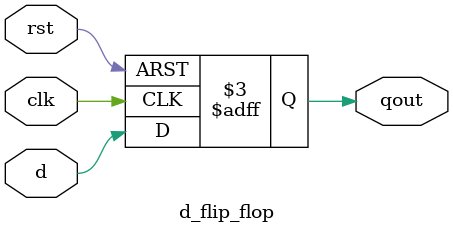
<source format=v>

module d_flip_flop(
    input clk,       // Clock signal
    input d,         // Data input
    input rst,       // Reset signal (active low)
    output reg qout  // Output of the flip-flop
);

    always @(posedge clk or negedge rst) begin
        if (!rst)        // Active low reset
            qout <= 1'b0;
        else
            qout <= d;   // Update output on clock edge
    end
endmodule

</source>
